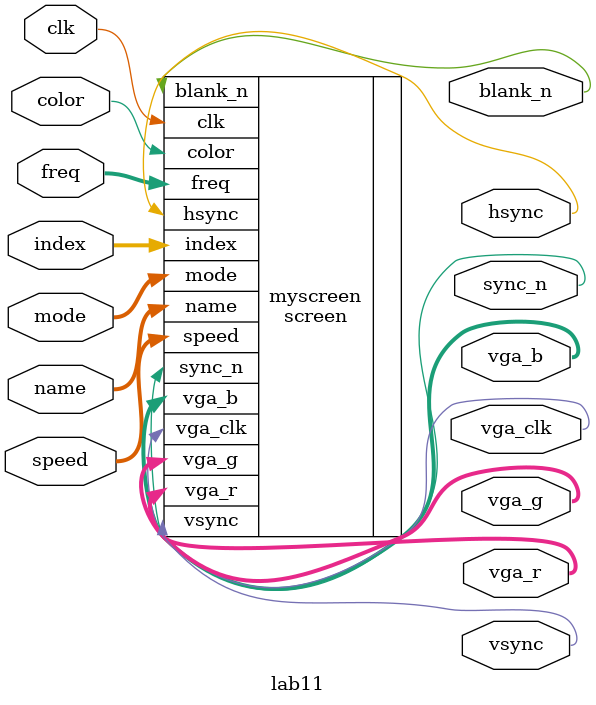
<source format=v>
module lab11(
//clock
input clk,
//music

input [15:0]freq,
input [10:0]index,
input [1:0]name,
input [1:0]mode,
input [1:0]speed,
input color,
//test
//input [5:0]test,
//screen
output hsync,
output vsync,
output sync_n,
output blank_n,
output [7:0] vga_r,
output [7:0] vga_g,
output [7:0] vga_b,
output vga_clk
);

//test
/*
wire [15:0]freq=test[0]?270:1000;
wire [10:0]index=test[1]?59:33;
wire [1:0]name=test[2]?2'b00:2'b01;
wire [1:0]mode=test[3]?2'b00:2'b01;
wire [1:0]speed=test[4]?2'b00:2'b01;
wire color=test[5]?1'b0:1'b1;
*/
screen myscreen(
.clk(clk), //时钟
.hsync(hsync),
.vsync(vsync),
.sync_n(sync_n),
.blank_n(blank_n),
.vga_r(vga_r),
.vga_g(vga_g),
.vga_b(vga_b),
.vga_clk(vga_clk),
.freq(freq),
.index(index),
.name(name),
.mode(mode),
.speed(speed),
.color(color)
);

endmodule

</source>
